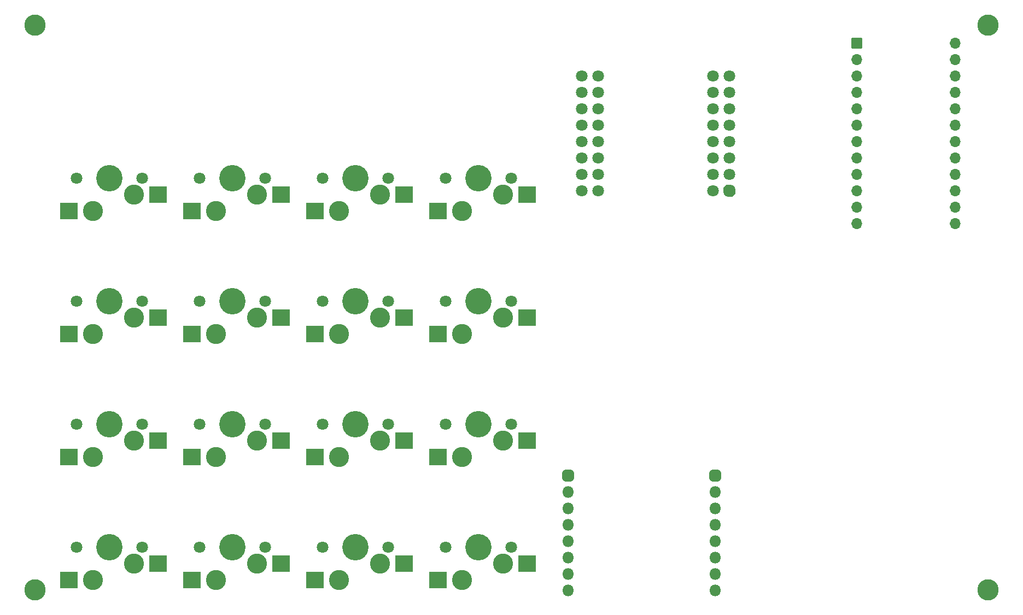
<source format=gbr>
%TF.GenerationSoftware,KiCad,Pcbnew,(6.0.1)*%
%TF.CreationDate,2022-11-08T22:53:37+08:00*%
%TF.ProjectId,Scroller1,5363726f-6c6c-4657-9231-2e6b69636164,rev?*%
%TF.SameCoordinates,Original*%
%TF.FileFunction,Soldermask,Bot*%
%TF.FilePolarity,Negative*%
%FSLAX46Y46*%
G04 Gerber Fmt 4.6, Leading zero omitted, Abs format (unit mm)*
G04 Created by KiCad (PCBNEW (6.0.1)) date 2022-11-08 22:53:37*
%MOMM*%
%LPD*%
G01*
G04 APERTURE LIST*
G04 Aperture macros list*
%AMRoundRect*
0 Rectangle with rounded corners*
0 $1 Rounding radius*
0 $2 $3 $4 $5 $6 $7 $8 $9 X,Y pos of 4 corners*
0 Add a 4 corners polygon primitive as box body*
4,1,4,$2,$3,$4,$5,$6,$7,$8,$9,$2,$3,0*
0 Add four circle primitives for the rounded corners*
1,1,$1+$1,$2,$3*
1,1,$1+$1,$4,$5*
1,1,$1+$1,$6,$7*
1,1,$1+$1,$8,$9*
0 Add four rect primitives between the rounded corners*
20,1,$1+$1,$2,$3,$4,$5,0*
20,1,$1+$1,$4,$5,$6,$7,0*
20,1,$1+$1,$6,$7,$8,$9,0*
20,1,$1+$1,$8,$9,$2,$3,0*%
%AMFreePoly0*
4,1,37,0.261526,0.899572,0.415523,0.879298,0.428131,0.875920,0.571634,0.816479,0.582938,0.809953,0.706167,0.715397,0.715397,0.706167,0.809953,0.582938,0.816479,0.571634,0.875920,0.428131,0.879298,0.415523,0.899572,0.261526,0.900000,0.255000,0.900000,-0.510000,0.885355,-0.545355,0.545355,-0.885355,0.510000,-0.900000,-0.255000,-0.900000,-0.261526,-0.899572,-0.415523,-0.879298,
-0.428131,-0.875920,-0.571634,-0.816479,-0.582938,-0.809953,-0.706167,-0.715397,-0.715397,-0.706167,-0.809953,-0.582938,-0.816479,-0.571634,-0.875920,-0.428131,-0.879298,-0.415523,-0.899572,-0.261526,-0.900000,-0.255000,-0.900000,0.510000,-0.885355,0.545355,-0.545355,0.885355,-0.510000,0.900000,0.255000,0.900000,0.261526,0.899572,0.261526,0.899572,$1*%
G04 Aperture macros list end*
%ADD10C,3.300000*%
%ADD11C,4.087800*%
%ADD12C,3.100000*%
%ADD13C,1.801800*%
%ADD14RoundRect,0.050000X1.275000X1.250000X-1.275000X1.250000X-1.275000X-1.250000X1.275000X-1.250000X0*%
%ADD15RoundRect,0.449500X0.450500X0.450500X-0.450500X0.450500X-0.450500X-0.450500X0.450500X-0.450500X0*%
%ADD16O,1.800000X1.800000*%
%ADD17FreePoly0,180.000000*%
%ADD18C,1.800000*%
%ADD19RoundRect,0.050000X0.800000X0.800000X-0.800000X0.800000X-0.800000X-0.800000X0.800000X-0.800000X0*%
%ADD20O,1.700000X1.700000*%
G04 APERTURE END LIST*
D10*
%TO.C,MHole_3*%
X215546000Y-57196000D03*
%TD*%
D11*
%TO.C,SW_0_0*%
X136592000Y-80899000D03*
D12*
X140402000Y-83439000D03*
D13*
X141672000Y-80899000D03*
D12*
X134052000Y-85979000D03*
D13*
X131512000Y-80899000D03*
D14*
X130302000Y-85979000D03*
X144152000Y-83439000D03*
%TD*%
D12*
%TO.C,SW_2_1*%
X115002000Y-124079000D03*
D13*
X122622000Y-118999000D03*
X112462000Y-118999000D03*
D12*
X121352000Y-121539000D03*
D11*
X117542000Y-118999000D03*
D14*
X111252000Y-124079000D03*
X125102000Y-121539000D03*
%TD*%
D10*
%TO.C,MHole_1*%
X67946000Y-57196000D03*
%TD*%
%TO.C,MHole_6*%
X215546000Y-144596000D03*
%TD*%
D13*
%TO.C,SW_1_0*%
X131512000Y-99949000D03*
D12*
X134052000Y-105029000D03*
D11*
X136592000Y-99949000D03*
D13*
X141672000Y-99949000D03*
D12*
X140402000Y-102489000D03*
D14*
X130302000Y-105029000D03*
X144152000Y-102489000D03*
%TD*%
D12*
%TO.C,SW_3_0*%
X140402000Y-140589000D03*
D13*
X141672000Y-138049000D03*
D11*
X136592000Y-138049000D03*
D13*
X131512000Y-138049000D03*
D12*
X134052000Y-143129000D03*
D14*
X130302000Y-143129000D03*
X144152000Y-140589000D03*
%TD*%
D13*
%TO.C,SW_1_3*%
X84522000Y-99949000D03*
X74362000Y-99949000D03*
D12*
X83252000Y-102489000D03*
X76902000Y-105029000D03*
D11*
X79442000Y-99949000D03*
D14*
X73152000Y-105029000D03*
X87002000Y-102489000D03*
%TD*%
D12*
%TO.C,SW_1_2*%
X102302000Y-102489000D03*
D11*
X98492000Y-99949000D03*
D13*
X103572000Y-99949000D03*
D12*
X95952000Y-105029000D03*
D13*
X93412000Y-99949000D03*
D14*
X92202000Y-105029000D03*
X106052000Y-102489000D03*
%TD*%
D15*
%TO.C,TMC1*%
X150472107Y-126961107D03*
D16*
X150472107Y-129501107D03*
X150472107Y-132041107D03*
X150472107Y-134581107D03*
X150472107Y-137121107D03*
X150472107Y-139661107D03*
X150472107Y-142201107D03*
X150472107Y-144741107D03*
D15*
X173272107Y-126961107D03*
D16*
X173272107Y-129501107D03*
X173272107Y-132041107D03*
X173272107Y-134581107D03*
X173272107Y-137121107D03*
X173272107Y-139661107D03*
X173272107Y-142201107D03*
X173272107Y-144741107D03*
%TD*%
D12*
%TO.C,SW_0_3*%
X76902000Y-85979000D03*
D11*
X79442000Y-80899000D03*
D13*
X74362000Y-80899000D03*
D12*
X83252000Y-83439000D03*
D13*
X84522000Y-80899000D03*
D14*
X73152000Y-85979000D03*
X87002000Y-83439000D03*
%TD*%
D13*
%TO.C,SW_3_2*%
X103572000Y-138049000D03*
X93412000Y-138049000D03*
D12*
X95952000Y-143129000D03*
X102302000Y-140589000D03*
D11*
X98492000Y-138049000D03*
D14*
X92202000Y-143129000D03*
X106052000Y-140589000D03*
%TD*%
D17*
%TO.C,ESP32*%
X175500000Y-82804000D03*
D18*
X175500000Y-80264000D03*
X175500000Y-77724000D03*
X175500000Y-75184000D03*
X175500000Y-72644000D03*
X175500000Y-70104000D03*
X175500000Y-67564000D03*
X175500000Y-65024000D03*
X152640000Y-65024000D03*
X152640000Y-67564000D03*
X152640000Y-70104000D03*
X152640000Y-72644000D03*
X152640000Y-75184000D03*
X152640000Y-77724000D03*
X152640000Y-80264000D03*
X152640000Y-82804000D03*
X172960000Y-82804000D03*
X172960000Y-80264000D03*
X172960000Y-77724000D03*
X172960000Y-75184000D03*
X172960000Y-72644000D03*
X172960000Y-70104000D03*
X172960000Y-67564000D03*
X172960000Y-65024000D03*
X155180000Y-65024000D03*
X155180000Y-67564000D03*
X155180000Y-70104000D03*
X155180000Y-72644000D03*
X155180000Y-75184000D03*
X155180000Y-77724000D03*
X155180000Y-80264000D03*
X155180000Y-82804000D03*
%TD*%
D12*
%TO.C,SW_0_1*%
X115002000Y-85979000D03*
D13*
X112462000Y-80899000D03*
D11*
X117542000Y-80899000D03*
D13*
X122622000Y-80899000D03*
D12*
X121352000Y-83439000D03*
D14*
X111252000Y-85979000D03*
X125102000Y-83439000D03*
%TD*%
D19*
%TO.C,QMK1*%
X195185000Y-59944000D03*
D20*
X195185000Y-62484000D03*
X195185000Y-65024000D03*
X195185000Y-67564000D03*
X195185000Y-70104000D03*
X195185000Y-72644000D03*
X195185000Y-75184000D03*
X195185000Y-77724000D03*
X195185000Y-80264000D03*
X195185000Y-82804000D03*
X195185000Y-85344000D03*
X195185000Y-87884000D03*
X210425000Y-87884000D03*
X210425000Y-85344000D03*
X210425000Y-82804000D03*
X210425000Y-80264000D03*
X210425000Y-77724000D03*
X210425000Y-75184000D03*
X210425000Y-72644000D03*
X210425000Y-70104000D03*
X210425000Y-67564000D03*
X210425000Y-65024000D03*
X210425000Y-62484000D03*
X210425000Y-59944000D03*
%TD*%
D13*
%TO.C,SW_3_1*%
X112462000Y-138049000D03*
X122622000Y-138049000D03*
D11*
X117542000Y-138049000D03*
D12*
X121352000Y-140589000D03*
X115002000Y-143129000D03*
D14*
X111252000Y-143129000D03*
X125102000Y-140589000D03*
%TD*%
D12*
%TO.C,SW_1_1*%
X121352000Y-102489000D03*
D11*
X117542000Y-99949000D03*
D13*
X122622000Y-99949000D03*
X112462000Y-99949000D03*
D12*
X115002000Y-105029000D03*
D14*
X111252000Y-105029000D03*
X125102000Y-102489000D03*
%TD*%
D11*
%TO.C,SW_2_2*%
X98492000Y-118999000D03*
D12*
X95952000Y-124079000D03*
D13*
X103572000Y-118999000D03*
D12*
X102302000Y-121539000D03*
D13*
X93412000Y-118999000D03*
D14*
X92202000Y-124079000D03*
X106052000Y-121539000D03*
%TD*%
D12*
%TO.C,SW_2_3*%
X76902000Y-124079000D03*
X83252000Y-121539000D03*
D13*
X84522000Y-118999000D03*
X74362000Y-118999000D03*
D11*
X79442000Y-118999000D03*
D14*
X73152000Y-124079000D03*
X87002000Y-121539000D03*
%TD*%
D13*
%TO.C,SW_0_2*%
X103572000Y-80899000D03*
D12*
X102302000Y-83439000D03*
X95952000Y-85979000D03*
D11*
X98492000Y-80899000D03*
D13*
X93412000Y-80899000D03*
D14*
X92202000Y-85979000D03*
X106052000Y-83439000D03*
%TD*%
D10*
%TO.C,MHole_4*%
X67946000Y-144596000D03*
%TD*%
D13*
%TO.C,SW_3_3*%
X84522000Y-138049000D03*
D12*
X76902000Y-143129000D03*
D13*
X74362000Y-138049000D03*
D12*
X83252000Y-140589000D03*
D11*
X79442000Y-138049000D03*
D14*
X73152000Y-143129000D03*
X87002000Y-140589000D03*
%TD*%
D11*
%TO.C,SW_2_0*%
X136592000Y-118999000D03*
D13*
X131512000Y-118999000D03*
D12*
X134052000Y-124079000D03*
X140402000Y-121539000D03*
D13*
X141672000Y-118999000D03*
D14*
X130302000Y-124079000D03*
X144152000Y-121539000D03*
%TD*%
M02*

</source>
